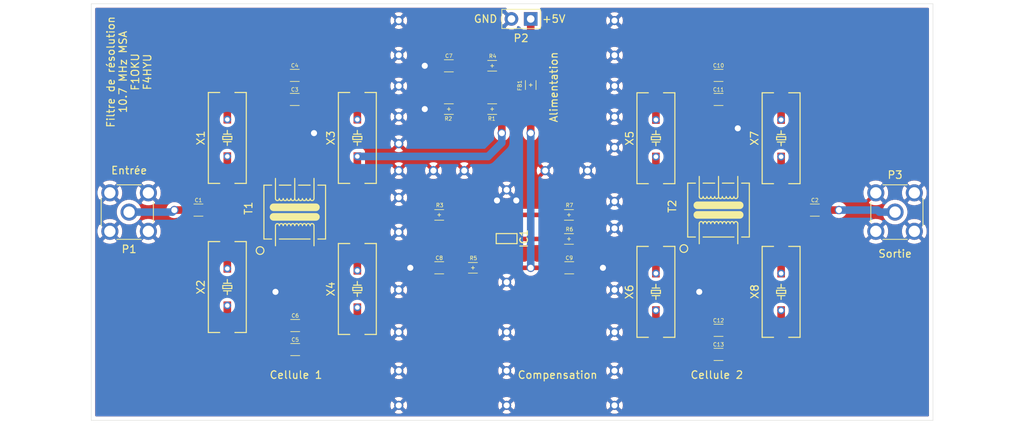
<source format=kicad_pcb>
(kicad_pcb (version 20171130) (host pcbnew "(5.1.0)-1")
  (title_block (title "Filtre de résolution 10.7 MHz MSA") (date 2019-08-25) (rev 1.0) (comment 1 F1OKU) (comment 2 F4HYU))
  (layers (0 F.Cu signal) (31 B.Cu signal) (34 B.Paste user) (35 F.Paste user) (36 B.SilkS user) (37 F.SilkS user) (38 B.Mask user) (39 F.Mask user) (44 Edge.Cuts user))
  (net 0 "")
  (net 1 /Cellule-Filtre/Input)
  (net 2 GND)
  (net 3 "Net-(IC1-Pad1)")
  (net 4 "Net-(IC1-Pad3)")
  (net 5 "Net-(IC1-Pad4)")
  (net 6 /AmplificateurRF/Input)
  (net 7 /AmplificateurRF/5V)
  (net 8 "Net-(C1-Pad1)")
  (net 9 "Net-(C2-Pad2)")
  (net 10 /sheet5D627408/Output)
  (net 11 "Net-(C3-Pad1)")
  (net 12 "Net-(C3-Pad2)")
  (net 13 "Net-(C5-Pad1)")
  (net 14 "Net-(C5-Pad2)")
  (net 15 "Net-(C7-Pad2)")
  (net 16 "Net-(C8-Pad2)")
  (net 17 "Net-(C9-Pad1)")
  (net 18 "Net-(C10-Pad1)")
  (net 19 "Net-(C10-Pad2)")
  (net 20 "Net-(C12-Pad1)")
  (net 21 "Net-(C12-Pad2)")
  (net 22 /sheet5D627408/Input)
  (module Kicad-Empreintes:condensateur_0805 (layer F.Cu) (at 116.900001 117.475)
    (fp_text reference C6 (at 0 -1.3) (layer F.SilkS) (effects (font (size 0.5 0.5) (thickness 0.075))))
    (fp_text value "220 pF" hide)
    (pad 2 smd rect (at 1.3 0) (size 1.3 1.5) (layers F.Cu F.Paste F.Mask) (net 14 "Net-(C5-Pad2)"))
    (pad 1 smd rect (at -1.3 0) (size 1.3 1.5) (layers F.Cu F.Paste F.Mask) (net 13 "Net-(C5-Pad1)"))
  )
  (module Kicad-Empreintes:FB_0805 (layer F.Cu) (at 147.955 85.725 270)
    (fp_text reference FB1 (at 0.0635 1.455 270) (layer F.SilkS) (effects (font (size 0.5 0.5) (thickness 0.08))))
    (fp_text value FeriteBead hide)
    (pad 2 smd rect (at 1.25 0 270) (size 1.2 1.3) (layers F.Cu F.Paste F.Mask) (net 17 "Net-(C9-Pad1)"))
    (pad 1 smd rect (at -1.25 0 270) (size 1.2 1.3) (layers F.Cu F.Paste F.Mask) (net 7 /AmplificateurRF/5V))
  )
  (module Kicad-Empreintes:SOT-23 (layer F.Cu) (at 144.78 106 180)
    (fp_text reference IC1 (at -2.286 0 270) (layer F.SilkS))
    (fp_text value OPA356 hide)
    (pad 5 smd rect (at -0.95 -1.25 180) (size 0.5 1) (layers F.Cu F.Paste F.Mask) (net 17 "Net-(C9-Pad1)"))
    (pad 4 smd rect (at 0.95 -1.25 180) (size 0.5 1) (layers F.Cu F.Paste F.Mask) (net 5 "Net-(IC1-Pad4)"))
    (pad 3 smd rect (at 0.95 1.25 180) (size 0.5 1) (layers F.Cu F.Paste F.Mask) (net 4 "Net-(IC1-Pad3)"))
    (pad 2 smd rect (at 0 1.25 180) (size 0.5 1) (layers F.Cu F.Paste F.Mask) (net 2 GND))
    (pad 1 smd rect (at -0.95 1.25 180) (size 0.5 1) (layers F.Cu F.Paste F.Mask) (net 3 "Net-(IC1-Pad1)"))
  )
  (module Kicad-Empreintes:SMA_Molex_73251-2200_Horizontal (layer F.Cu) (at 95 102.5 90)
    (fp_text reference P1 (at -4.9 0 180) (layer F.SilkS))
    (fp_text value SMA)
    (pad 2 thru_hole circle (at -2.54 2.54 90) (size 2.25 2.25) (drill 1.5) (layers *.Cu *.Mask) (net 2 GND))
    (pad 2 thru_hole circle (at -2.54 -2.54 90) (size 2.25 2.25) (drill 1.5) (layers *.Cu *.Mask) (net 2 GND))
    (pad 2 thru_hole circle (at 2.54 -2.54 90) (size 2.25 2.25) (drill 1.5) (layers *.Cu *.Mask) (net 2 GND))
    (pad 2 thru_hole circle (at 2.54 2.54 180) (size 2.25 2.25) (drill 1.5) (layers *.Cu *.Mask) (net 2 GND))
    (pad 1 thru_hole circle (at 0 0 90) (size 2.25 2.25) (drill 1.5) (layers *.Cu *.Mask) (net 8 "Net-(C1-Pad1)"))
  )
  (module Kicad-Empreintes:Connec_Mal_2-54_1x2 (layer F.Cu) (at 147.955 77 180)
    (fp_text reference P2 (at 1.27 -2.54 180) (layer F.SilkS))
    (fp_text value Connecteur2Pin hide)
    (pad 2 thru_hole circle (at 2.54 0 180) (size 1.8 1.8) (drill 1) (layers *.Cu *.Mask) (net 2 GND))
    (pad 1 thru_hole rect (at 0 0 180) (size 1.8 1.8) (drill 1) (layers *.Cu *.Mask) (net 7 /AmplificateurRF/5V))
  )
  (module Kicad-Empreintes:SMA_Molex_73251-2200_Horizontal (layer F.Cu) (at 196 102.5 270)
    (fp_text reference P3 (at -4.9 0) (layer F.SilkS))
    (fp_text value SMA)
    (pad 2 thru_hole circle (at -2.54 2.54 270) (size 2.25 2.25) (drill 1.5) (layers *.Cu *.Mask) (net 2 GND))
    (pad 2 thru_hole circle (at -2.54 -2.54 270) (size 2.25 2.25) (drill 1.5) (layers *.Cu *.Mask) (net 2 GND))
    (pad 2 thru_hole circle (at 2.54 -2.54 270) (size 2.25 2.25) (drill 1.5) (layers *.Cu *.Mask) (net 2 GND))
    (pad 2 thru_hole circle (at 2.54 2.54) (size 2.25 2.25) (drill 1.5) (layers *.Cu *.Mask) (net 2 GND))
    (pad 1 thru_hole circle (at 0 0 270) (size 2.25 2.25) (drill 1.5) (layers *.Cu *.Mask) (net 9 "Net-(C2-Pad2)"))
  )
  (module Kicad-Empreintes:resistance_0805 (layer F.Cu) (at 142.875 88.9 180)
    (fp_text reference R1 (at 0.0635 -1.27 180) (layer F.SilkS) (effects (font (size 0.5 0.5) (thickness 0.08))))
    (fp_text value 33 hide)
    (pad 2 smd rect (at 1.25 0 180) (size 1.2 1.3) (layers F.Cu F.Paste F.Mask) (net 15 "Net-(C7-Pad2)"))
    (pad 1 smd rect (at -1.25 0 180) (size 1.2 1.3) (layers F.Cu F.Paste F.Mask) (net 6 /AmplificateurRF/Input))
  )
  (module Kicad-Empreintes:resistance_0805 (layer F.Cu) (at 137.16 88.9 180)
    (fp_text reference R2 (at 0.0635 -1.27 180) (layer F.SilkS) (effects (font (size 0.5 0.5) (thickness 0.08))))
    (fp_text value 2,2k hide)
    (pad 2 smd rect (at 1.25 0 180) (size 1.2 1.3) (layers F.Cu F.Paste F.Mask) (net 2 GND))
    (pad 1 smd rect (at -1.25 0 180) (size 1.2 1.3) (layers F.Cu F.Paste F.Mask) (net 15 "Net-(C7-Pad2)"))
  )
  (module Kicad-Empreintes:resistance_0805 (layer F.Cu) (at 135.89 102.87)
    (fp_text reference R3 (at 0.0635 -1.27) (layer F.SilkS) (effects (font (size 0.5 0.5) (thickness 0.08))))
    (fp_text value 15 hide)
    (pad 2 smd rect (at 1.25 0) (size 1.2 1.3) (layers F.Cu F.Paste F.Mask) (net 4 "Net-(IC1-Pad3)"))
    (pad 1 smd rect (at -1.25 0) (size 1.2 1.3) (layers F.Cu F.Paste F.Mask) (net 6 /AmplificateurRF/Input))
  )
  (module Kicad-Empreintes:resistance_0805 (layer F.Cu) (at 142.875 83.185)
    (fp_text reference R4 (at 0.0635 -1.27) (layer F.SilkS) (effects (font (size 0.5 0.5) (thickness 0.08))))
    (fp_text value 2,2k hide)
    (pad 2 smd rect (at 1.25 0) (size 1.2 1.3) (layers F.Cu F.Paste F.Mask) (net 7 /AmplificateurRF/5V))
    (pad 1 smd rect (at -1.25 0) (size 1.2 1.3) (layers F.Cu F.Paste F.Mask) (net 15 "Net-(C7-Pad2)"))
  )
  (module Kicad-Empreintes:resistance_0805 (layer F.Cu) (at 140.335 109.855)
    (fp_text reference R5 (at 0.0635 -1.27) (layer F.SilkS) (effects (font (size 0.5 0.5) (thickness 0.08))))
    (fp_text value 180 hide)
    (pad 2 smd rect (at 1.25 0) (size 1.2 1.3) (layers F.Cu F.Paste F.Mask) (net 5 "Net-(IC1-Pad4)"))
    (pad 1 smd rect (at -1.25 0) (size 1.2 1.3) (layers F.Cu F.Paste F.Mask) (net 16 "Net-(C8-Pad2)"))
  )
  (module Kicad-Empreintes:resistance_0805 (layer F.Cu) (at 153 106.045)
    (fp_text reference R6 (at 0.0635 -1.27) (layer F.SilkS) (effects (font (size 0.5 0.5) (thickness 0.08))))
    (fp_text value 470 hide)
    (pad 2 smd rect (at 1.25 0) (size 1.2 1.3) (layers F.Cu F.Paste F.Mask) (net 3 "Net-(IC1-Pad1)"))
    (pad 1 smd rect (at -1.25 0) (size 1.2 1.3) (layers F.Cu F.Paste F.Mask) (net 5 "Net-(IC1-Pad4)"))
  )
  (module Kicad-Empreintes:resistance_0805 (layer F.Cu) (at 153 102.87)
    (fp_text reference R7 (at 0.0635 -1.27) (layer F.SilkS) (effects (font (size 0.5 0.5) (thickness 0.08))))
    (fp_text value 33 hide)
    (pad 2 smd rect (at 1.25 0) (size 1.2 1.3) (layers F.Cu F.Paste F.Mask) (net 22 /sheet5D627408/Input))
    (pad 1 smd rect (at -1.25 0) (size 1.2 1.3) (layers F.Cu F.Paste F.Mask) (net 3 "Net-(IC1-Pad1)"))
  )
  (module Kicad-Empreintes:T1-1I-KK81_plus (layer F.Cu) (at 116.84 102.5)
    (fp_text reference T1 (at -6.096 -0.508 90) (layer F.SilkS))
    (fp_text value T1-1T-KK81+ hide)
    (pad 6 smd rect (at -2.54 6.03) (size 1.27 3.18) (layers F.Cu F.Paste F.Mask) (net 2 GND))
    (pad 5 smd rect (at 0 6.03) (size 1.27 3.18) (layers F.Cu F.Paste F.Mask))
    (pad 4 smd rect (at 2.54 6.03) (size 1.27 3.18) (layers F.Cu F.Paste F.Mask) (net 13 "Net-(C5-Pad1)"))
    (pad 3 smd rect (at 2.54 -6.03) (size 1.27 3.18) (layers F.Cu F.Paste F.Mask) (net 2 GND))
    (pad 2 smd rect (at 0 -6.03) (size 1.27 3.18) (layers F.Cu F.Paste F.Mask))
    (pad 1 smd rect (at -2.54 -6.03) (size 1.27 3.18) (layers F.Cu F.Paste F.Mask) (net 12 "Net-(C3-Pad2)"))
  )
  (module Kicad-Empreintes:quartz-HC48_HC49 (layer F.Cu) (at 107.95 92.71 270)
    (fp_text reference X1 (at 0 3.5 270) (layer F.SilkS))
    (fp_text value "10.7 MHz" hide)
    (pad 1 thru_hole circle (at 2.44 0 270) (size 1 1) (drill 0.6) (layers *.Cu *.Mask) (net 1 /Cellule-Filtre/Input))
    (pad 2 thru_hole circle (at -2.44 0 270) (size 1 1) (drill 0.6) (layers *.Cu *.Mask) (net 11 "Net-(C3-Pad1)"))
    (pad 2 smd rect (at -4.4 0 270) (size 5 1) (layers F.Cu F.Paste F.Mask) (net 11 "Net-(C3-Pad1)"))
    (pad 1 smd rect (at 4.4 0 270) (size 5 1) (layers F.Cu F.Paste F.Mask) (net 1 /Cellule-Filtre/Input))
  )
  (module Kicad-Empreintes:quartz-HC48_HC49 (layer F.Cu) (at 107.95 112.395 90)
    (fp_text reference X2 (at 0 -3.5 90) (layer F.SilkS))
    (fp_text value "10.7 MHz" hide)
    (pad 1 thru_hole circle (at 2.44 0 90) (size 1 1) (drill 0.6) (layers *.Cu *.Mask) (net 1 /Cellule-Filtre/Input))
    (pad 2 thru_hole circle (at -2.44 0 90) (size 1 1) (drill 0.6) (layers *.Cu *.Mask) (net 13 "Net-(C5-Pad1)"))
    (pad 2 smd rect (at -4.4 0 90) (size 5 1) (layers F.Cu F.Paste F.Mask) (net 13 "Net-(C5-Pad1)"))
    (pad 1 smd rect (at 4.4 0 90) (size 5 1) (layers F.Cu F.Paste F.Mask) (net 1 /Cellule-Filtre/Input))
  )
  (module Kicad-Empreintes:quartz-HC48_HC49 (layer F.Cu) (at 125.095 92.71 90)
    (fp_text reference X3 (at 0 -3.5 90) (layer F.SilkS))
    (fp_text value "10.7 MHz" hide)
    (pad 1 thru_hole circle (at 2.44 0 90) (size 1 1) (drill 0.6) (layers *.Cu *.Mask) (net 12 "Net-(C3-Pad2)"))
    (pad 2 thru_hole circle (at -2.44 0 90) (size 1 1) (drill 0.6) (layers *.Cu *.Mask) (net 6 /AmplificateurRF/Input))
    (pad 2 smd rect (at -4.4 0 90) (size 5 1) (layers F.Cu F.Paste F.Mask) (net 6 /AmplificateurRF/Input))
    (pad 1 smd rect (at 4.4 0 90) (size 5 1) (layers F.Cu F.Paste F.Mask) (net 12 "Net-(C3-Pad2)"))
  )
  (module Kicad-Empreintes:quartz-HC48_HC49 (layer F.Cu) (at 125.095 112.65 270)
    (fp_text reference X4 (at 0 3.5 270) (layer F.SilkS))
    (fp_text value "10.7 MHz" hide)
    (pad 1 thru_hole circle (at 2.44 0 270) (size 1 1) (drill 0.6) (layers *.Cu *.Mask) (net 14 "Net-(C5-Pad2)"))
    (pad 2 thru_hole circle (at -2.44 0 270) (size 1 1) (drill 0.6) (layers *.Cu *.Mask) (net 6 /AmplificateurRF/Input))
    (pad 2 smd rect (at -4.4 0 270) (size 5 1) (layers F.Cu F.Paste F.Mask) (net 6 /AmplificateurRF/Input))
    (pad 1 smd rect (at 4.4 0 270) (size 5 1) (layers F.Cu F.Paste F.Mask) (net 14 "Net-(C5-Pad2)"))
  )
  (module Kicad-Empreintes:condensateur_0805 (layer F.Cu) (at 104.14 102.235)
    (fp_text reference C1 (at 0 -1.3) (layer F.SilkS) (effects (font (size 0.5 0.5) (thickness 0.075))))
    (fp_text value "100 nF" hide)
    (pad 1 smd rect (at -1.3 0) (size 1.3 1.5) (layers F.Cu F.Paste F.Mask) (net 8 "Net-(C1-Pad1)"))
    (pad 2 smd rect (at 1.3 0) (size 1.3 1.5) (layers F.Cu F.Paste F.Mask) (net 1 /Cellule-Filtre/Input))
  )
  (module Kicad-Empreintes:condensateur_0805 (layer F.Cu) (at 185.42 102.235)
    (fp_text reference C2 (at 0 -1.3) (layer F.SilkS) (effects (font (size 0.5 0.5) (thickness 0.075))))
    (fp_text value "100 nF" hide)
    (pad 2 smd rect (at 1.3 0) (size 1.3 1.5) (layers F.Cu F.Paste F.Mask) (net 9 "Net-(C2-Pad2)"))
    (pad 1 smd rect (at -1.3 0) (size 1.3 1.5) (layers F.Cu F.Paste F.Mask) (net 10 /sheet5D627408/Output))
  )
  (module Kicad-Empreintes:condensateur_0805 (layer F.Cu) (at 116.84 87.63)
    (fp_text reference C3 (at 0 -1.3) (layer F.SilkS) (effects (font (size 0.5 0.5) (thickness 0.075))))
    (fp_text value "100 pF" hide)
    (pad 1 smd rect (at -1.3 0) (size 1.3 1.5) (layers F.Cu F.Paste F.Mask) (net 11 "Net-(C3-Pad1)"))
    (pad 2 smd rect (at 1.3 0) (size 1.3 1.5) (layers F.Cu F.Paste F.Mask) (net 12 "Net-(C3-Pad2)"))
  )
  (module Kicad-Empreintes:condensateur_0805 (layer F.Cu) (at 116.84 84.455)
    (fp_text reference C4 (at 0 -1.3) (layer F.SilkS) (effects (font (size 0.5 0.5) (thickness 0.075))))
    (fp_text value "220 pF" hide)
    (pad 2 smd rect (at 1.3 0) (size 1.3 1.5) (layers F.Cu F.Paste F.Mask) (net 12 "Net-(C3-Pad2)"))
    (pad 1 smd rect (at -1.3 0) (size 1.3 1.5) (layers F.Cu F.Paste F.Mask) (net 11 "Net-(C3-Pad1)"))
  )
  (module Kicad-Empreintes:condensateur_0805 (layer F.Cu) (at 116.900001 120.65)
    (fp_text reference C5 (at 0 -1.3) (layer F.SilkS) (effects (font (size 0.5 0.5) (thickness 0.075))))
    (fp_text value "100 pF" hide)
    (pad 1 smd rect (at -1.3 0) (size 1.3 1.5) (layers F.Cu F.Paste F.Mask) (net 13 "Net-(C5-Pad1)"))
    (pad 2 smd rect (at 1.3 0) (size 1.3 1.5) (layers F.Cu F.Paste F.Mask) (net 14 "Net-(C5-Pad2)"))
  )
  (module Kicad-Empreintes:condensateur_0805 (layer F.Cu) (at 137.16 83.185)
    (fp_text reference C7 (at 0 -1.3) (layer F.SilkS) (effects (font (size 0.5 0.5) (thickness 0.075))))
    (fp_text value "1 µF" hide)
    (pad 2 smd rect (at 1.3 0) (size 1.3 1.5) (layers F.Cu F.Paste F.Mask) (net 15 "Net-(C7-Pad2)"))
    (pad 1 smd rect (at -1.3 0) (size 1.3 1.5) (layers F.Cu F.Paste F.Mask) (net 2 GND))
  )
  (module Kicad-Empreintes:condensateur_0805 (layer F.Cu) (at 135.89 109.855)
    (fp_text reference C8 (at 0 -1.3) (layer F.SilkS) (effects (font (size 0.5 0.5) (thickness 0.075))))
    (fp_text value "100 nF" hide)
    (pad 2 smd rect (at 1.3 0) (size 1.3 1.5) (layers F.Cu F.Paste F.Mask) (net 16 "Net-(C8-Pad2)"))
    (pad 1 smd rect (at -1.3 0) (size 1.3 1.5) (layers F.Cu F.Paste F.Mask) (net 2 GND))
  )
  (module Kicad-Empreintes:condensateur_0805 (layer F.Cu) (at 153.035 109.855)
    (fp_text reference C9 (at 0 -1.3) (layer F.SilkS) (effects (font (size 0.5 0.5) (thickness 0.075))))
    (fp_text value "100 nF" hide)
    (pad 1 smd rect (at -1.3 0) (size 1.3 1.5) (layers F.Cu F.Paste F.Mask) (net 17 "Net-(C9-Pad1)"))
    (pad 2 smd rect (at 1.3 0) (size 1.3 1.5) (layers F.Cu F.Paste F.Mask) (net 2 GND))
  )
  (module Kicad-Empreintes:condensateur_0805 (layer F.Cu) (at 172.72 84.455)
    (fp_text reference C10 (at 0 -1.3) (layer F.SilkS) (effects (font (size 0.5 0.5) (thickness 0.075))))
    (fp_text value "100 pF" hide)
    (pad 1 smd rect (at -1.3 0) (size 1.3 1.5) (layers F.Cu F.Paste F.Mask) (net 18 "Net-(C10-Pad1)"))
    (pad 2 smd rect (at 1.3 0) (size 1.3 1.5) (layers F.Cu F.Paste F.Mask) (net 19 "Net-(C10-Pad2)"))
  )
  (module Kicad-Empreintes:condensateur_0805 (layer F.Cu) (at 172.72 87.63)
    (fp_text reference C11 (at 0 -1.3) (layer F.SilkS) (effects (font (size 0.5 0.5) (thickness 0.075))))
    (fp_text value "220 pF" hide)
    (pad 2 smd rect (at 1.3 0) (size 1.3 1.5) (layers F.Cu F.Paste F.Mask) (net 19 "Net-(C10-Pad2)"))
    (pad 1 smd rect (at -1.3 0) (size 1.3 1.5) (layers F.Cu F.Paste F.Mask) (net 18 "Net-(C10-Pad1)"))
  )
  (module Kicad-Empreintes:condensateur_0805 (layer F.Cu) (at 172.72 118.11)
    (fp_text reference C12 (at 0 -1.3) (layer F.SilkS) (effects (font (size 0.5 0.5) (thickness 0.075))))
    (fp_text value "100 pF" hide)
    (pad 1 smd rect (at -1.3 0) (size 1.3 1.5) (layers F.Cu F.Paste F.Mask) (net 20 "Net-(C12-Pad1)"))
    (pad 2 smd rect (at 1.3 0) (size 1.3 1.5) (layers F.Cu F.Paste F.Mask) (net 21 "Net-(C12-Pad2)"))
  )
  (module Kicad-Empreintes:condensateur_0805 (layer F.Cu) (at 172.72 121.285)
    (fp_text reference C13 (at 0 -1.3) (layer F.SilkS) (effects (font (size 0.5 0.5) (thickness 0.075))))
    (fp_text value "220 pF" hide)
    (pad 1 smd rect (at -1.3 0) (size 1.3 1.5) (layers F.Cu F.Paste F.Mask) (net 20 "Net-(C12-Pad1)"))
    (pad 2 smd rect (at 1.3 0) (size 1.3 1.5) (layers F.Cu F.Paste F.Mask) (net 21 "Net-(C12-Pad2)"))
  )
  (module Kicad-Empreintes:T1-1I-KK81_plus (layer F.Cu) (at 172.72 102.235)
    (fp_text reference T2 (at -6.096 -0.508 90) (layer F.SilkS))
    (fp_text value T1-1T-KK81+ hide)
    (pad 1 smd rect (at -2.54 -6.03) (size 1.27 3.18) (layers F.Cu F.Paste F.Mask) (net 19 "Net-(C10-Pad2)"))
    (pad 2 smd rect (at 0 -6.03) (size 1.27 3.18) (layers F.Cu F.Paste F.Mask))
    (pad 3 smd rect (at 2.54 -6.03) (size 1.27 3.18) (layers F.Cu F.Paste F.Mask) (net 2 GND))
    (pad 4 smd rect (at 2.54 6.03) (size 1.27 3.18) (layers F.Cu F.Paste F.Mask) (net 20 "Net-(C12-Pad1)"))
    (pad 5 smd rect (at 0 6.03) (size 1.27 3.18) (layers F.Cu F.Paste F.Mask))
    (pad 6 smd rect (at -2.54 6.03) (size 1.27 3.18) (layers F.Cu F.Paste F.Mask) (net 2 GND))
  )
  (module Kicad-Empreintes:quartz-HC48_HC49 (layer F.Cu) (at 164.465 92.75 270)
    (fp_text reference X5 (at 0 3.465 270) (layer F.SilkS))
    (fp_text value "10.7 MHz" hide)
    (pad 1 smd rect (at 4.4 0 270) (size 5 1) (layers F.Cu F.Paste F.Mask) (net 22 /sheet5D627408/Input))
    (pad 2 smd rect (at -4.4 0 270) (size 5 1) (layers F.Cu F.Paste F.Mask) (net 18 "Net-(C10-Pad1)"))
    (pad 2 thru_hole circle (at -2.44 0 270) (size 1 1) (drill 0.6) (layers *.Cu *.Mask) (net 18 "Net-(C10-Pad1)"))
    (pad 1 thru_hole circle (at 2.44 0 270) (size 1 1) (drill 0.6) (layers *.Cu *.Mask) (net 22 /sheet5D627408/Input))
  )
  (module Kicad-Empreintes:quartz-HC48_HC49 (layer F.Cu) (at 164.465 113.03 90)
    (fp_text reference X6 (at 0 -3.5 90) (layer F.SilkS))
    (fp_text value "10.7 MHz" hide)
    (pad 1 thru_hole circle (at 2.44 0 90) (size 1 1) (drill 0.6) (layers *.Cu *.Mask) (net 22 /sheet5D627408/Input))
    (pad 2 thru_hole circle (at -2.44 0 90) (size 1 1) (drill 0.6) (layers *.Cu *.Mask) (net 20 "Net-(C12-Pad1)"))
    (pad 2 smd rect (at -4.4 0 90) (size 5 1) (layers F.Cu F.Paste F.Mask) (net 20 "Net-(C12-Pad1)"))
    (pad 1 smd rect (at 4.4 0 90) (size 5 1) (layers F.Cu F.Paste F.Mask) (net 22 /sheet5D627408/Input))
  )
  (module Kicad-Empreintes:quartz-HC48_HC49 (layer F.Cu) (at 180.975 92.75 90)
    (fp_text reference X7 (at 0 -3.5 90) (layer F.SilkS))
    (fp_text value "10.7 MHz" hide)
    (pad 1 smd rect (at 4.4 0 90) (size 5 1) (layers F.Cu F.Paste F.Mask) (net 19 "Net-(C10-Pad2)"))
    (pad 2 smd rect (at -4.4 0 90) (size 5 1) (layers F.Cu F.Paste F.Mask) (net 10 /sheet5D627408/Output))
    (pad 2 thru_hole circle (at -2.44 0 90) (size 1 1) (drill 0.6) (layers *.Cu *.Mask) (net 10 /sheet5D627408/Output))
    (pad 1 thru_hole circle (at 2.44 0 90) (size 1 1) (drill 0.6) (layers *.Cu *.Mask) (net 19 "Net-(C10-Pad2)"))
  )
  (module Kicad-Empreintes:quartz-HC48_HC49 (layer F.Cu) (at 180.975 113.03 270)
    (fp_text reference X8 (at -0.03 3.475 270) (layer F.SilkS))
    (fp_text value "10.7 MHz" hide)
    (pad 1 thru_hole circle (at 2.44 0 270) (size 1 1) (drill 0.6) (layers *.Cu *.Mask) (net 21 "Net-(C12-Pad2)"))
    (pad 2 thru_hole circle (at -2.44 0 270) (size 1 1) (drill 0.6) (layers *.Cu *.Mask) (net 10 /sheet5D627408/Output))
    (pad 2 smd rect (at -4.4 0 270) (size 5 1) (layers F.Cu F.Paste F.Mask) (net 10 /sheet5D627408/Output))
    (pad 1 smd rect (at 4.4 0 270) (size 5 1) (layers F.Cu F.Paste F.Mask) (net 21 "Net-(C12-Pad2)"))
  )
  (module Kicad-Empreintes:ViaGround (layer F.Cu) (at 159.004 81.788)
    (fp_text reference VG1 hide)
    (fp_text value ViaGround hide)
    (pad 1 thru_hole circle (at 0 0) (size 1.2 1.2) (drill 0.8) (layers *.Cu *.Mask) (net 2 GND))
  )
  (module Kicad-Empreintes:ViaGround (layer F.Cu) (at 159.004 93.98)
    (fp_text reference VG2 hide)
    (fp_text value ViaGround hide)
    (pad 1 thru_hole circle (at 0 0) (size 1.2 1.2) (drill 0.8) (layers *.Cu *.Mask) (net 2 GND))
  )
  (module Kicad-Empreintes:ViaGround (layer F.Cu) (at 159.004 89.916)
    (fp_text reference VG3 hide)
    (fp_text value ViaGround hide)
    (pad 1 thru_hole circle (at 0 0) (size 1.2 1.2) (drill 0.8) (layers *.Cu *.Mask) (net 2 GND))
  )
  (module Kicad-Empreintes:ViaGround (layer F.Cu) (at 130.556 105.156)
    (fp_text reference VG4 hide)
    (fp_text value ViaGround hide)
    (pad 1 thru_hole circle (at 0 0) (size 1.2 1.2) (drill 0.8) (layers *.Cu *.Mask) (net 2 GND))
  )
  (module Kicad-Empreintes:ViaGround (layer F.Cu) (at 130.556 112.776)
    (fp_text reference VG5 hide)
    (fp_text value ViaGround hide)
    (pad 1 thru_hole circle (at 0 0) (size 1.2 1.2) (drill 0.8) (layers *.Cu *.Mask) (net 2 GND))
  )
  (module Kicad-Empreintes:ViaGround (layer F.Cu) (at 130.556 89.916)
    (fp_text reference VG6 hide)
    (fp_text value ViaGround hide)
    (pad 1 thru_hole circle (at 0 0) (size 1.2 1.2) (drill 0.8) (layers *.Cu *.Mask) (net 2 GND))
  )
  (module Kicad-Empreintes:ViaGround (layer F.Cu) (at 130.556 77.216)
    (fp_text reference VG7 hide)
    (fp_text value ViaGround hide)
    (pad 1 thru_hole circle (at 0 0) (size 1.2 1.2) (drill 0.8) (layers *.Cu *.Mask) (net 2 GND))
  )
  (module Kicad-Empreintes:ViaGround (layer F.Cu) (at 144.78 99.568)
    (fp_text reference VG8 hide)
    (fp_text value ViaGround hide)
    (pad 1 thru_hole circle (at 0 0) (size 1.2 1.2) (drill 0.8) (layers *.Cu *.Mask) (net 2 GND))
  )
  (module Kicad-Empreintes:ViaGround (layer F.Cu) (at 159.004 112.776)
    (fp_text reference VG9 hide)
    (fp_text value ViaGround hide)
    (pad 1 thru_hole circle (at 0 0) (size 1.2 1.2) (drill 0.8) (layers *.Cu *.Mask) (net 2 GND))
  )
  (module Kicad-Empreintes:ViaGround (layer F.Cu) (at 144.78 118.364)
    (fp_text reference VG10 hide)
    (fp_text value ViaGround hide)
    (pad 1 thru_hole circle (at 0 0) (size 1.2 1.2) (drill 0.8) (layers *.Cu *.Mask) (net 2 GND))
  )
  (module Kicad-Empreintes:ViaGround (layer F.Cu) (at 130.556 93.472)
    (fp_text reference VG11 hide)
    (fp_text value ViaGround hide)
    (pad 1 thru_hole circle (at 0 0) (size 1.2 1.2) (drill 0.8) (layers *.Cu *.Mask) (net 2 GND))
  )
  (module Kicad-Empreintes:ViaGround (layer F.Cu) (at 130.556 128.016)
    (fp_text reference VG12 hide)
    (fp_text value ViaGround hide)
    (pad 1 thru_hole circle (at 0 0) (size 1.2 1.2) (drill 0.8) (layers *.Cu *.Mask) (net 2 GND))
  )
  (module Kicad-Empreintes:ViaGround (layer F.Cu) (at 155.448 97.028)
    (fp_text reference VG13 hide)
    (fp_text value ViaGround hide)
    (pad 1 thru_hole circle (at 0 0) (size 1.2 1.2) (drill 0.8) (layers *.Cu *.Mask) (net 2 GND))
  )
  (module Kicad-Empreintes:ViaGround (layer F.Cu) (at 130.556 118.364)
    (fp_text reference VG14 hide)
    (fp_text value ViaGround hide)
    (pad 1 thru_hole circle (at 0 0) (size 1.2 1.2) (drill 0.8) (layers *.Cu *.Mask) (net 2 GND))
  )
  (module Kicad-Empreintes:ViaGround (layer F.Cu) (at 149.86 97.028)
    (fp_text reference VG15 hide)
    (fp_text value ViaGround hide)
    (pad 1 thru_hole circle (at 0 0) (size 1.2 1.2) (drill 0.8) (layers *.Cu *.Mask) (net 2 GND))
  )
  (module Kicad-Empreintes:ViaGround (layer F.Cu) (at 144.78 111.76)
    (fp_text reference VG16 hide)
    (fp_text value ViaGround hide)
    (pad 1 thru_hole circle (at 0 0) (size 1.2 1.2) (drill 0.8) (layers *.Cu *.Mask) (net 2 GND))
  )
  (module Kicad-Empreintes:ViaGround (layer F.Cu) (at 135.128 97.028)
    (fp_text reference VG17 hide)
    (fp_text value ViaGround hide)
    (pad 1 thru_hole circle (at 0 0) (size 1.2 1.2) (drill 0.8) (layers *.Cu *.Mask) (net 2 GND))
  )
  (module Kicad-Empreintes:ViaGround (layer F.Cu) (at 159.004 118.364)
    (fp_text reference VG18 hide)
    (fp_text value ViaGround hide)
    (pad 1 thru_hole circle (at 0 0) (size 1.2 1.2) (drill 0.8) (layers *.Cu *.Mask) (net 2 GND))
  )
  (module Kicad-Empreintes:ViaGround (layer F.Cu) (at 130.556 100.584)
    (fp_text reference VG19 hide)
    (fp_text value ViaGround hide)
    (pad 1 thru_hole circle (at 0 0) (size 1.2 1.2) (drill 0.8) (layers *.Cu *.Mask) (net 2 GND))
  )
  (module Kicad-Empreintes:ViaGround (layer F.Cu) (at 144.78 128.016)
    (fp_text reference VG20 hide)
    (fp_text value ViaGround hide)
    (pad 1 thru_hole circle (at 0 0) (size 1.2 1.2) (drill 0.8) (layers *.Cu *.Mask) (net 2 GND))
  )
  (module Kicad-Empreintes:ViaGround (layer F.Cu) (at 130.556 123.444)
    (fp_text reference VG21 hide)
    (fp_text value ViaGround hide)
    (pad 1 thru_hole circle (at 0 0) (size 1.2 1.2) (drill 0.8) (layers *.Cu *.Mask) (net 2 GND))
  )
  (module Kicad-Empreintes:ViaGround (layer F.Cu) (at 130.556 81.788)
    (fp_text reference VG22 hide)
    (fp_text value ViaGround hide)
    (pad 1 thru_hole circle (at 0 0) (size 1.2 1.2) (drill 0.8) (layers *.Cu *.Mask) (net 2 GND))
  )
  (module Kicad-Empreintes:ViaGround (layer F.Cu) (at 130.556 97.028)
    (fp_text reference VG23 hide)
    (fp_text value ViaGround hide)
    (pad 1 thru_hole circle (at 0 0) (size 1.2 1.2) (drill 0.8) (layers *.Cu *.Mask) (net 2 GND))
  )
  (module Kicad-Empreintes:ViaGround (layer F.Cu) (at 159.004 128.016)
    (fp_text reference VG24 hide)
    (fp_text value ViaGround hide)
    (pad 1 thru_hole circle (at 0 0) (size 1.2 1.2) (drill 0.8) (layers *.Cu *.Mask) (net 2 GND))
  )
  (module Kicad-Empreintes:ViaGround (layer F.Cu) (at 159.004 123.444)
    (fp_text reference VG25 hide)
    (fp_text value ViaGround hide)
    (pad 1 thru_hole circle (at 0 0) (size 1.2 1.2) (drill 0.8) (layers *.Cu *.Mask) (net 2 GND))
  )
  (module Kicad-Empreintes:ViaGround (layer F.Cu) (at 139.192 97.028)
    (fp_text reference VG26 hide)
    (fp_text value ViaGround hide)
    (pad 1 thru_hole circle (at 0 0) (size 1.2 1.2) (drill 0.8) (layers *.Cu *.Mask) (net 2 GND))
  )
  (module Kicad-Empreintes:ViaGround (layer F.Cu) (at 159.004 104.648)
    (fp_text reference VG27 hide)
    (fp_text value ViaGround hide)
    (pad 1 thru_hole circle (at 0 0) (size 1.2 1.2) (drill 0.8) (layers *.Cu *.Mask) (net 2 GND))
  )
  (module Kicad-Empreintes:ViaGround (layer F.Cu) (at 159.004 85.852)
    (fp_text reference VG28 hide)
    (fp_text value ViaGround hide)
    (pad 1 thru_hole circle (at 0 0) (size 1.2 1.2) (drill 0.8) (layers *.Cu *.Mask) (net 2 GND))
  )
  (module Kicad-Empreintes:ViaGround (layer F.Cu) (at 144.78 123.444)
    (fp_text reference VG29 hide)
    (fp_text value ViaGround hide)
    (pad 1 thru_hole circle (at 0 0) (size 1.2 1.2) (drill 0.8) (layers *.Cu *.Mask) (net 2 GND))
  )
  (module Kicad-Empreintes:ViaGround (layer F.Cu) (at 159.004 101.092)
    (fp_text reference VG30 hide)
    (fp_text value ViaGround hide)
    (pad 1 thru_hole circle (at 0 0) (size 1.2 1.2) (drill 0.8) (layers *.Cu *.Mask) (net 2 GND))
  )
  (module Kicad-Empreintes:ViaGround (layer F.Cu) (at 130.556 85.852)
    (fp_text reference VG31 hide)
    (fp_text value ViaGround hide)
    (pad 1 thru_hole circle (at 0 0) (size 1.2 1.2) (drill 0.8) (layers *.Cu *.Mask) (net 2 GND))
  )
  (module Kicad-Empreintes:ViaGround (layer F.Cu) (at 159.004 77.216)
    (fp_text reference VG32 hide)
    (fp_text value ViaGround hide)
    (pad 1 thru_hole circle (at 0 0) (size 1.2 1.2) (drill 0.8) (layers *.Cu *.Mask) (net 2 GND))
  )
  (gr_text "Filtre de résolution\n10.7 MHz MSA\nF1OKU\nF4HYU" (at 95 84 90) (layer F.SilkS) (effects (font (size 1 1))))
  (gr_text Sortie (at 196 108) (layer F.SilkS) (effects (font (size 1 1))))
  (gr_text Entrée (at 95 97) (layer F.SilkS) (effects (font (size 1 1))))
  (gr_text GND (at 142 77) (layer F.SilkS) (effects (font (size 1 1))))
  (gr_text +5V (at 151 77) (layer F.SilkS) (effects (font (size 1 1))))
  (gr_text Alimentation (at 151 86 90) (layer F.SilkS) (effects (font (size 1 1))))
  (gr_text Compensation (at 151.5 124) (layer F.SilkS) (effects (font (size 1 1))))
  (gr_text "Cellule 2" (at 172.5 124) (layer F.SilkS) (effects (font (size 1 1))))
  (gr_text "Cellule 1" (at 117 124) (layer F.SilkS) (effects (font (size 1 1))))
  (gr_line (start 201 75) (end 90 75) (layer Edge.Cuts) (width 0.05))
  (gr_line (start 201 130) (end 201 75) (layer Edge.Cuts) (width 0.05))
  (gr_line (start 90 130) (end 201 130) (layer Edge.Cuts) (width 0.05))
  (gr_line (start 90 75) (end 90 130) (layer Edge.Cuts) (width 0.05))
  (segment (start 105.44 102.235) (end 107.95 102.235) (width 1) (layer F.Cu) (net 1))
  (segment (start 107.95 102.235) (end 107.95 97.11) (width 1) (layer F.Cu) (net 1))
  (segment (start 107.95 104.495) (end 107.95 102.235) (width 1) (layer F.Cu) (net 1))
  (segment (start 107.95 107.995) (end 107.95 104.495) (width 1) (layer F.Cu) (net 1))
  (via (at 119.38 92.075) (size 1.1) (drill 0.8) (layers F.Cu B.Cu) (net 2))
  (segment (start 119.38 96.47) (end 119.38 92.075) (width 1) (layer F.Cu) (net 2))
  (via (at 133.985 83.185) (size 1.1) (drill 0.8) (layers F.Cu B.Cu) (net 2))
  (segment (start 135.86 83.185) (end 133.985 83.185) (width 1) (layer F.Cu) (net 2))
  (via (at 133.985 88.9) (size 1.1) (drill 0.8) (layers F.Cu B.Cu) (net 2))
  (segment (start 135.91 88.9) (end 133.985 88.9) (width 1) (layer F.Cu) (net 2))
  (via (at 170.18 113.03) (size 1.1) (drill 0.8) (layers F.Cu B.Cu) (net 2))
  (segment (start 170.18 108.265) (end 170.18 113.03) (width 1) (layer F.Cu) (net 2))
  (via (at 175.26 91.44) (size 1.1) (drill 0.8) (layers F.Cu B.Cu) (net 2))
  (segment (start 175.26 96.205) (end 175.26 91.44) (width 1) (layer F.Cu) (net 2))
  (via (at 157.48 109.855) (size 1.1) (drill 0.8) (layers F.Cu B.Cu) (net 2))
  (segment (start 154.335 109.855) (end 157.48 109.855) (width 0.6) (layer F.Cu) (net 2))
  (segment (start 144.78 104.75) (end 144.78 100.965) (width 0.6) (layer F.Cu) (net 2))
  (segment (start 144.78 100.965) (end 146.05 100.965) (width 0.6) (layer F.Cu) (net 2))
  (via (at 146.05 100.965) (size 1.1) (drill 0.8) (layers F.Cu B.Cu) (net 2))
  (segment (start 144.78 100.965) (end 143.51 100.965) (width 0.6) (layer F.Cu) (net 2))
  (via (at 143.51 100.965) (size 1.1) (drill 0.8) (layers F.Cu B.Cu) (net 2))
  (via (at 132.08 109.855) (size 1.1) (drill 0.8) (layers F.Cu B.Cu) (net 2))
  (segment (start 134.59 109.855) (end 132.08 109.855) (width 0.6) (layer F.Cu) (net 2))
  (via (at 114.3 113.03) (size 1.1) (drill 0.8) (layers F.Cu B.Cu) (net 2))
  (segment (start 114.3 108.53) (end 114.3 113.03) (width 1) (layer F.Cu) (net 2))
  (segment (start 145.7325 102.87) (end 151.75 102.87) (width 0.6) (layer F.Cu) (net 3))
  (segment (start 145.73 102.8725) (end 145.73 104.75) (width 0.6) (layer F.Cu) (net 3))
  (segment (start 145.7325 102.87) (end 145.73 102.8725) (width 0.6) (layer F.Cu) (net 3))
  (segment (start 151.75 104.12) (end 152.024 104.394) (width 0.6) (layer F.Cu) (net 3))
  (segment (start 151.75 102.87) (end 151.75 104.12) (width 0.6) (layer F.Cu) (net 3))
  (segment (start 152.024 104.394) (end 153.924 104.394) (width 0.6) (layer F.Cu) (net 3))
  (segment (start 154.25 104.72) (end 154.25 106.045) (width 0.6) (layer F.Cu) (net 3))
  (segment (start 153.924 104.394) (end 154.25 104.72) (width 0.6) (layer F.Cu) (net 3))
  (segment (start 143.83 104.75) (end 143.83 102.8725) (width 0.6) (layer F.Cu) (net 4))
  (segment (start 143.8275 102.87) (end 137.14 102.87) (width 0.6) (layer F.Cu) (net 4))
  (segment (start 143.83 102.8725) (end 143.8275 102.87) (width 0.6) (layer F.Cu) (net 4))
  (segment (start 143.83 106.15) (end 143.935 106.045) (width 0.6) (layer F.Cu) (net 5))
  (segment (start 143.83 107.25) (end 143.83 106.15) (width 0.6) (layer F.Cu) (net 5))
  (segment (start 143.935 106.045) (end 151.75 106.045) (width 0.6) (layer F.Cu) (net 5))
  (segment (start 143.83 107.25) (end 143.83 109.789) (width 0.6) (layer F.Cu) (net 5))
  (segment (start 143.764 109.855) (end 141.585 109.855) (width 0.6) (layer F.Cu) (net 5))
  (segment (start 143.83 109.789) (end 143.764 109.855) (width 0.6) (layer F.Cu) (net 5))
  (segment (start 125.095 102.87) (end 134.64 102.87) (width 1) (layer F.Cu) (net 6))
  (segment (start 125.095 102.87) (end 125.095 108.25) (width 1) (layer F.Cu) (net 6))
  (segment (start 125.095 97.11) (end 125.095 102.87) (width 1) (layer F.Cu) (net 6))
  (segment (start 125.095 95.15) (end 142.34 95.15) (width 1) (layer B.Cu) (net 6))
  (via (at 144.145 92.075) (size 1.1) (drill 0.8) (layers F.Cu B.Cu) (net 6))
  (segment (start 142.34 95.15) (end 144.145 93.345) (width 1) (layer B.Cu) (net 6))
  (segment (start 144.145 93.345) (end 144.145 92.075) (width 1) (layer B.Cu) (net 6))
  (segment (start 144.145 88.92) (end 144.125 88.9) (width 1) (layer F.Cu) (net 6))
  (segment (start 144.145 92.075) (end 144.145 88.92) (width 1) (layer F.Cu) (net 6))
  (segment (start 144.125 83.185) (end 147.955 83.185) (width 1) (layer F.Cu) (net 7))
  (segment (start 147.955 77) (end 147.955 83.185) (width 1) (layer F.Cu) (net 7))
  (segment (start 147.955 83.185) (end 147.955 84.475) (width 1) (layer F.Cu) (net 7))
  (via (at 100.965 102.235) (size 1.1) (drill 0.8) (layers F.Cu B.Cu) (net 8))
  (segment (start 95 102.5) (end 100.7 102.5) (width 1) (layer B.Cu) (net 8))
  (segment (start 100.7 102.5) (end 100.965 102.235) (width 1) (layer B.Cu) (net 8))
  (segment (start 100.965 102.235) (end 102.84 102.235) (width 1) (layer F.Cu) (net 8))
  (via (at 188.595 102.235) (size 1.1) (drill 0.8) (layers F.Cu B.Cu) (net 9))
  (segment (start 186.72 102.235) (end 188.595 102.235) (width 1) (layer F.Cu) (net 9))
  (segment (start 196 102.5) (end 193.94 102.5) (width 1) (layer B.Cu) (net 9))
  (segment (start 193.675 102.235) (end 188.595 102.235) (width 1) (layer B.Cu) (net 9))
  (segment (start 193.94 102.5) (end 193.675 102.235) (width 1) (layer B.Cu) (net 9))
  (segment (start 184.12 102.235) (end 180.975 102.235) (width 1) (layer F.Cu) (net 10))
  (segment (start 180.975 97.15) (end 180.975 102.235) (width 1) (layer F.Cu) (net 10))
  (segment (start 180.975 102.235) (end 180.975 108.63) (width 1) (layer F.Cu) (net 10))
  (segment (start 107.95 88.31) (end 107.95 84.455) (width 1) (layer F.Cu) (net 11))
  (segment (start 107.95 84.455) (end 115.54 84.455) (width 1) (layer F.Cu) (net 11))
  (segment (start 115.54 87.63) (end 115.54 84.455) (width 1) (layer F.Cu) (net 11))
  (segment (start 125.095 88.31) (end 125.095 84.455) (width 1) (layer F.Cu) (net 12))
  (segment (start 125.095 84.455) (end 118.14 84.455) (width 1) (layer F.Cu) (net 12))
  (segment (start 118.14 87.63) (end 118.14 84.455) (width 1) (layer F.Cu) (net 12))
  (segment (start 114.3 93.88) (end 114.3 96.47) (width 1) (layer F.Cu) (net 12))
  (segment (start 114.3 93.22) (end 114.3 93.88) (width 1) (layer F.Cu) (net 12))
  (segment (start 118.14 89.38) (end 114.3 93.22) (width 1) (layer F.Cu) (net 12))
  (segment (start 118.14 87.63) (end 118.14 89.38) (width 1) (layer F.Cu) (net 12))
  (segment (start 107.95 116.795) (end 107.95 120.65) (width 1) (layer F.Cu) (net 13))
  (segment (start 107.95 120.65) (end 115.600001 120.65) (width 1) (layer F.Cu) (net 13))
  (segment (start 115.600001 117.475) (end 115.600001 120.65) (width 1) (layer F.Cu) (net 13))
  (segment (start 119.38 108.53) (end 119.38 111.125) (width 1) (layer F.Cu) (net 13))
  (segment (start 115.600001 114.904999) (end 115.600001 117.475) (width 1) (layer F.Cu) (net 13))
  (segment (start 119.38 111.125) (end 115.600001 114.904999) (width 1) (layer F.Cu) (net 13))
  (segment (start 118.200001 117.475) (end 118.200001 120.65) (width 1) (layer F.Cu) (net 14))
  (segment (start 125.095 117.05) (end 125.095 120.65) (width 1) (layer F.Cu) (net 14))
  (segment (start 125.095 120.65) (end 118.200001 120.65) (width 1) (layer F.Cu) (net 14))
  (segment (start 138.46 83.185) (end 141.625 83.185) (width 1) (layer F.Cu) (net 15))
  (segment (start 138.41 88.9) (end 141.625 88.9) (width 1) (layer F.Cu) (net 15))
  (segment (start 141.625 83.185) (end 141.625 88.9) (width 1) (layer F.Cu) (net 15))
  (segment (start 137.19 109.855) (end 139.085 109.855) (width 1) (layer F.Cu) (net 16))
  (segment (start 145.73 107.25) (end 145.73 109.8525) (width 0.6) (layer F.Cu) (net 17))
  (segment (start 145.73 109.8525) (end 145.7325 109.855) (width 0.6) (layer F.Cu) (net 17))
  (via (at 147.955 92.075) (size 1.1) (drill 0.8) (layers F.Cu B.Cu) (net 17))
  (segment (start 147.955 86.975) (end 147.955 92.075) (width 1) (layer F.Cu) (net 17))
  (via (at 147.955 109.855) (size 1.1) (drill 0.8) (layers F.Cu B.Cu) (net 17))
  (segment (start 147.955 92.075) (end 147.955 109.855) (width 1) (layer B.Cu) (net 17))
  (segment (start 145.7325 109.855) (end 147.955 109.855) (width 0.6) (layer F.Cu) (net 17))
  (segment (start 147.955 109.855) (end 151.735 109.855) (width 0.6) (layer F.Cu) (net 17))
  (segment (start 164.465 88.35) (end 164.465 84.455) (width 1) (layer F.Cu) (net 18))
  (segment (start 164.465 84.455) (end 171.42 84.455) (width 1) (layer F.Cu) (net 18))
  (segment (start 171.42 84.455) (end 171.42 87.63) (width 1) (layer F.Cu) (net 18))
  (segment (start 180.975 88.35) (end 180.975 84.455) (width 1) (layer F.Cu) (net 19))
  (segment (start 180.975 84.455) (end 174.02 84.455) (width 1) (layer F.Cu) (net 19))
  (segment (start 174.02 87.63) (end 174.02 84.455) (width 1) (layer F.Cu) (net 19))
  (segment (start 170.18 93.615) (end 170.18 96.205) (width 1) (layer F.Cu) (net 19))
  (segment (start 170.18 93.22) (end 170.18 93.615) (width 1) (layer F.Cu) (net 19))
  (segment (start 174.02 89.38) (end 170.18 93.22) (width 1) (layer F.Cu) (net 19))
  (segment (start 174.02 87.63) (end 174.02 89.38) (width 1) (layer F.Cu) (net 19))
  (segment (start 164.465 117.43) (end 164.465 121.285) (width 1) (layer F.Cu) (net 20))
  (segment (start 164.465 121.285) (end 171.42 121.285) (width 1) (layer F.Cu) (net 20))
  (segment (start 171.42 118.11) (end 171.42 121.285) (width 1) (layer F.Cu) (net 20))
  (segment (start 171.42 115.6) (end 171.42 118.11) (width 1) (layer F.Cu) (net 20))
  (segment (start 175.26 108.265) (end 175.26 111.76) (width 1) (layer F.Cu) (net 20))
  (segment (start 175.26 111.76) (end 171.42 115.6) (width 1) (layer F.Cu) (net 20))
  (segment (start 180.975 117.43) (end 180.975 121.285) (width 1) (layer F.Cu) (net 21))
  (segment (start 180.975 121.285) (end 174.02 121.285) (width 1) (layer F.Cu) (net 21))
  (segment (start 174.02 118.11) (end 174.02 121.285) (width 1) (layer F.Cu) (net 21))
  (segment (start 154.25 102.87) (end 164.465 102.87) (width 1) (layer F.Cu) (net 22))
  (segment (start 164.465 102.87) (end 164.465 97.15) (width 1) (layer F.Cu) (net 22))
  (segment (start 164.465 102.87) (end 164.465 108.63) (width 1) (layer F.Cu) (net 22))
  (zone (net 2) (net_name GND) (layer B.Cu) (connect_pads (clearance 0.508)) (min_thickness 0.254) (fill yes (arc_segments 32) (thermal_gap 0.508) (thermal_bridge_width 0.508))
    (polygon (pts (xy 89.5 74.5) (xy 201.5 74.5) (xy 201.5 130.5) (xy 89.5 130.5)))
  )
  (zone (net 2) (net_name GND) (layer F.Cu) (connect_pads (clearance 0.508)) (min_thickness 0.254) (fill yes (arc_segments 32) (thermal_gap 0.508) (thermal_bridge_width 0.508))
    (polygon (pts (xy 89.5 74.5) (xy 201.5 74.5) (xy 201.5 130.5) (xy 89.5 130.5)))
  )
)
</source>
